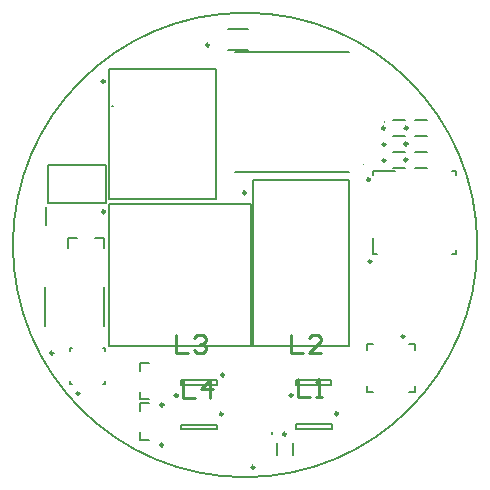
<source format=gto>
G04*
G04 #@! TF.GenerationSoftware,Altium Limited,Altium Designer,22.6.1 (34)*
G04*
G04 Layer_Color=65535*
%FSLAX44Y44*%
%MOMM*%
G71*
G04*
G04 #@! TF.SameCoordinates,74DF644D-C5CC-47E8-8FD8-F3D1935BC2B4*
G04*
G04*
G04 #@! TF.FilePolarity,Positive*
G04*
G01*
G75*
%ADD10C,0.2500*%
%ADD11C,0.1000*%
%ADD12C,0.2000*%
%ADD13C,0.2540*%
D10*
X676540Y730072D02*
G03*
X676540Y730072I-1250J0D01*
G01*
X813792Y546926D02*
G03*
X813792Y546926I-1250J0D01*
G01*
X812652Y616264D02*
G03*
X812652Y616264I-1250J0D01*
G01*
X785552Y417908D02*
G03*
X785552Y417908I-1250J0D01*
G01*
X747044Y433500D02*
G03*
X747044Y433500I-1250J0D01*
G01*
X688016Y417654D02*
G03*
X688016Y417654I-1250J0D01*
G01*
X650016Y433422D02*
G03*
X650016Y433422I-1250J0D01*
G01*
X714766Y372588D02*
G03*
X714766Y372588I-1250J0D01*
G01*
X689284Y450744D02*
G03*
X689284Y450744I-1250J0D01*
G01*
X741660Y400608D02*
G03*
X741660Y400608I-1250J0D01*
G01*
X707588Y604934D02*
G03*
X707588Y604934I-1250J0D01*
G01*
X637852Y425516D02*
G03*
X637852Y425516I-1250J0D01*
G01*
X637598Y391480D02*
G03*
X637598Y391480I-1250J0D01*
G01*
X844178Y633004D02*
G03*
X844178Y633004I-1250J0D01*
G01*
X825660Y632496D02*
G03*
X825660Y632496I-1250J0D01*
G01*
Y645958D02*
G03*
X825660Y645958I-1250J0D01*
G01*
X844504Y659928D02*
G03*
X844504Y659928I-1250J0D01*
G01*
X825478Y659674D02*
G03*
X825478Y659674I-1250J0D01*
G01*
X844432Y646466D02*
G03*
X844432Y646466I-1250J0D01*
G01*
X544520Y469298D02*
G03*
X544520Y469298I-1250J0D01*
G01*
X841794Y483289D02*
G03*
X841794Y483289I-1250J0D01*
G01*
X566746Y435002D02*
G03*
X566746Y435002I-1250J0D01*
G01*
X588288Y589024D02*
G03*
X588288Y589024I-1250J0D01*
G01*
X588094Y699372D02*
G03*
X588094Y699372I-1250J0D01*
G01*
D11*
X806506Y629354D02*
G03*
X807506Y629354I500J0D01*
G01*
D02*
G03*
X806506Y629354I-500J0D01*
G01*
D12*
X594036Y678060D02*
G03*
X595036Y678060I500J0D01*
G01*
D02*
G03*
X594036Y678060I-500J0D01*
G01*
D02*
G03*
X595036Y678060I500J0D01*
G01*
X825142Y664745D02*
G03*
X825142Y664745I-560J0D01*
G01*
X729630Y400842D02*
G03*
X729630Y401842I0J500D01*
G01*
D02*
G03*
X729630Y400842I0J-500D01*
G01*
X692790Y743822D02*
X709290D01*
X692790Y725822D02*
X709290D01*
X698506Y622854D02*
X794506D01*
X698506Y723854D02*
X794506D01*
X815392Y620094D02*
Y623264D01*
X815392Y623264D02*
X833562D01*
X885392Y620094D02*
Y623264D01*
X882222Y623264D02*
X885392D01*
X815392Y553264D02*
X818562D01*
X815392Y553264D02*
Y566434D01*
X882222Y553264D02*
X885392D01*
X885392Y553264D02*
Y556434D01*
X750302Y408908D02*
X780302D01*
X750302Y404908D02*
X780302D01*
X750302D02*
Y408908D01*
X780302Y404908D02*
Y408908D01*
X749794Y442500D02*
X779794D01*
X749794Y446500D02*
X779794D01*
Y442500D02*
Y446500D01*
X749794Y442500D02*
Y446500D01*
X652766Y408654D02*
X682766D01*
X652766Y404654D02*
X682766D01*
X652766D02*
Y408654D01*
X682766Y404654D02*
Y408654D01*
X652766Y442422D02*
X682766D01*
X652766Y446422D02*
X682766D01*
Y442422D02*
Y446422D01*
X652766Y442422D02*
Y446422D01*
X729630Y400842D02*
Y401842D01*
X733660Y382608D02*
Y393108D01*
X747160Y382608D02*
Y393108D01*
X713588Y474934D02*
Y615934D01*
Y474934D02*
X794588D01*
Y615934D01*
X713588D02*
X794588D01*
X618102Y430016D02*
X625732D01*
X618102D02*
Y436516D01*
Y461016D02*
X625732D01*
X618102Y454516D02*
Y461016D01*
X617848Y395980D02*
X625848D01*
X617848D02*
Y402480D01*
Y426980D02*
X625848D01*
X617848Y420480D02*
Y426980D01*
X850428Y639754D02*
X860928D01*
X850428Y626254D02*
X860928D01*
X831910Y639246D02*
X842410D01*
X831910Y625746D02*
X842410D01*
X831910Y652708D02*
X842410D01*
X831910Y639208D02*
X842410D01*
X539888Y596394D02*
Y628394D01*
X588888D01*
Y596394D02*
Y628394D01*
X539888Y596394D02*
X588888D01*
X538588Y577644D02*
Y592894D01*
X557262Y558226D02*
Y566976D01*
X580012D02*
X587262D01*
X557262D02*
X564512D01*
X587262Y558226D02*
Y566976D01*
X850754Y666678D02*
X861254D01*
X850754Y653178D02*
X861254D01*
X831728Y666424D02*
X842228D01*
X831728Y652924D02*
X842228D01*
X850682Y653216D02*
X861182D01*
X850682Y639716D02*
X861182D01*
X537320Y492548D02*
Y525048D01*
X587320Y492548D02*
Y525048D01*
X810544Y436728D02*
Y441728D01*
Y436728D02*
X815544D01*
X850544D02*
Y441728D01*
X845544Y436728D02*
X850544D01*
X810544Y471728D02*
Y476728D01*
X815544D01*
X850544Y471728D02*
Y476728D01*
X845544D02*
X850544D01*
X558496Y443252D02*
Y445252D01*
Y471252D02*
Y473252D01*
X560496D01*
X586496D02*
X588496D01*
Y471252D02*
Y473252D01*
Y443252D02*
Y445252D01*
X586496Y443252D02*
X588496D01*
X558496D02*
X560496D01*
X591538Y595274D02*
X711538D01*
Y475274D02*
Y595274D01*
X591538Y475274D02*
X711538D01*
X591538D02*
Y595274D01*
X592094Y709872D02*
X682094D01*
Y599872D02*
Y709872D01*
X592094Y599872D02*
X682094D01*
X592094D02*
Y709872D01*
X903478Y560832D02*
G03*
X903478Y560832I-196596J0D01*
G01*
D13*
X654050Y446781D02*
Y431546D01*
X664207D01*
X676903D02*
Y446781D01*
X669285Y439164D01*
X679442D01*
X648716Y484627D02*
Y469392D01*
X658873D01*
X663951Y482088D02*
X666490Y484627D01*
X671569D01*
X674108Y482088D01*
Y479549D01*
X671569Y477010D01*
X669029D01*
X671569D01*
X674108Y474470D01*
Y471931D01*
X671569Y469392D01*
X666490D01*
X663951Y471931D01*
X745744Y484627D02*
Y469392D01*
X755901D01*
X771136D02*
X760979D01*
X771136Y479549D01*
Y482088D01*
X768597Y484627D01*
X763518D01*
X760979Y482088D01*
X751586Y447035D02*
Y431800D01*
X761743D01*
X766821D02*
X771899D01*
X769360D01*
Y447035D01*
X766821Y444496D01*
M02*

</source>
